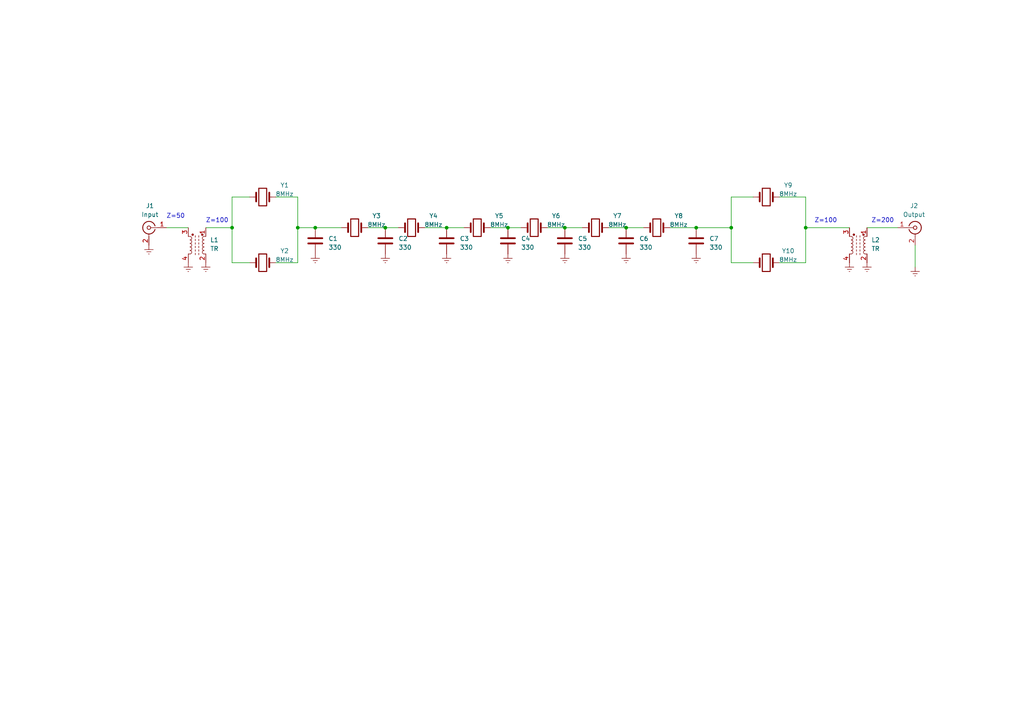
<source format=kicad_sch>
(kicad_sch (version 20230121) (generator eeschema)
  (paper "A4")
  (lib_symbols
    (symbol "Connector:Conn_Coaxial" (pin_names (offset 1.016) hide)
      (property "Reference" "J" (at 0.254 3.048 0))
      (property "Value" "Conn_Coaxial" (at 2.921 0 90))
      (symbol "Conn_Coaxial_0_1"
        (arc (start -1.778 -0.508) (mid 0.2311 -1.8066) (end 1.778 0) (stroke (width 0.254)))
        (polyline (pts (xy -2.54 0) (xy -0.508 0)))
        (polyline (pts (xy 0 -2.54) (xy 0 -1.778)))
        (circle (center 0 0) (radius 0.508) (stroke (width 0.2032)))
        (arc (start 1.778 0) (mid 0.2099 1.8101) (end -1.778 0.508) (stroke (width 0.254)))
      )
      (symbol "Conn_Coaxial_1_1"
        (pin passive line (at -5.08 0 0) (length 2.54) (name "In") (number "1"))
        (pin passive line (at 0 -5.08 90) (length 2.54) (name "Ext") (number "2"))
      )
    )
    (symbol "Device:C" (pin_numbers hide) (pin_names (offset 0.254))
      (property "Reference" "C" (at 0.635 2.54 0))
      (property "Value" "C" (at 0.635 -2.54 0))
      (symbol "C_0_1"
        (polyline (pts (xy -2.032 -0.762) (xy 2.032 -0.762)) (stroke (width 0.508)))
        (polyline (pts (xy -2.032 0.762) (xy 2.032 0.762)) (stroke (width 0.508)))
      )
      (symbol "C_1_1"
        (pin passive line (at 0 3.81 270) (length 2.794) (name "~") (number "1"))
        (pin passive line (at 0 -3.81 90) (length 2.794) (name "~") (number "2"))
      )
    )
    (symbol "Device:Crystal" (pin_numbers hide) (pin_names (offset 1.016) hide)
      (property "Reference" "Y" (at 0 3.81 0))
      (property "Value" "Crystal" (at 0 -3.81 0))
      (symbol "Crystal_0_1"
        (rectangle (start -1.143 2.54) (end 1.143 -2.54) (stroke (width 0.3048)))
        (polyline (pts (xy -2.54 0) (xy -1.905 0)))
        (polyline (pts (xy -1.905 -1.27) (xy -1.905 1.27)) (stroke (width 0.508)))
        (polyline (pts (xy 1.905 -1.27) (xy 1.905 1.27)) (stroke (width 0.508)))
        (polyline (pts (xy 2.54 0) (xy 1.905 0)))
      )
      (symbol "Crystal_1_1"
        (pin passive line (at -3.81 0 0) (length 1.27) (name "1") (number "1"))
        (pin passive line (at 3.81 0 180) (length 1.27) (name "2") (number "2"))
      )
    )
    (symbol "Device:L_Ferrite_Coupled" (pin_names (offset 0.254) hide)
      (property "Reference" "L" (at 0 4.445 0))
      (property "Value" "L_Ferrite_Coupled" (at 0 -4.445 0))
      (symbol "L_Ferrite_Coupled_0_1"
        (circle (center -3.048 -1.27) (radius 0.254) (fill (type outline)))
        (circle (center -3.048 1.524) (radius 0.254) (fill (type outline)))
        (arc (start -2.54 2.032) (mid -2.032 1.5262) (end -1.524 2.032))
        (arc (start -1.524 -2.032) (mid -2.032 -1.5262) (end -2.54 -2.032))
        (arc (start -1.524 2.032) (mid -1.016 1.5262) (end -0.508 2.032))
        (arc (start -0.508 -2.032) (mid -1.016 -1.5262) (end -1.524 -2.032))
        (arc (start -0.508 2.032) (mid 0 1.5262) (end 0.508 2.032))
        (polyline (pts (xy -2.794 -0.508) (xy -2.286 -0.508)))
        (polyline (pts (xy -2.794 0.508) (xy -2.286 0.508)))
        (polyline (pts (xy -2.54 -2.032) (xy -2.54 -2.54)))
        (polyline (pts (xy -2.54 2.032) (xy -2.54 2.54)))
        (polyline (pts (xy -1.778 -0.508) (xy -1.27 -0.508)))
        (polyline (pts (xy -1.778 0.508) (xy -1.27 0.508)))
        (polyline (pts (xy -0.762 -0.508) (xy -0.254 -0.508)))
        (polyline (pts (xy -0.762 0.508) (xy -0.254 0.508)))
        (polyline (pts (xy 0.254 -0.508) (xy 0.762 -0.508)))
        (polyline (pts (xy 0.254 0.508) (xy 0.762 0.508)))
        (polyline (pts (xy 1.27 -0.508) (xy 1.778 -0.508)))
        (polyline (pts (xy 1.27 0.508) (xy 1.778 0.508)))
        (polyline (pts (xy 2.286 -0.508) (xy 2.794 -0.508)))
        (polyline (pts (xy 2.286 0.508) (xy 2.794 0.508)))
        (polyline (pts (xy 2.54 -2.032) (xy 2.54 -2.54)))
        (polyline (pts (xy 2.54 2.54) (xy 2.54 2.032)))
        (arc (start 0.508 -2.032) (mid 0 -1.5262) (end -0.508 -2.032))
        (arc (start 0.508 2.032) (mid 1.016 1.5262) (end 1.524 2.032))
        (arc (start 1.524 -2.032) (mid 1.016 -1.5262) (end 0.508 -2.032))
        (arc (start 1.524 2.032) (mid 2.032 1.5262) (end 2.54 2.032))
        (arc (start 2.54 -2.032) (mid 2.032 -1.5262) (end 1.524 -2.032))
      )
      (symbol "L_Ferrite_Coupled_1_1"
        (pin passive line (at -5.08 2.54 0) (length 2.54) (name "1") (number "1"))
        (pin passive line (at 5.08 2.54 180) (length 2.54) (name "2") (number "2"))
        (pin passive line (at -5.08 -2.54 0) (length 2.54) (name "3") (number "3"))
        (pin passive line (at 5.08 -2.54 180) (length 2.54) (name "4") (number "4"))
      )
    )
    (symbol "power:Earth" (power) (pin_names (offset 0))
      (symbol "Earth_0_1"
        (polyline (pts (xy -0.635 -1.905) (xy 0.635 -1.905)))
        (polyline (pts (xy -0.127 -2.54) (xy 0.127 -2.54)))
        (polyline (pts (xy 0 -1.27) (xy 0 0)))
        (polyline (pts (xy 1.27 -1.27) (xy -1.27 -1.27)))
      )
      (symbol "Earth_1_1"
        (pin power_in line (at 0 0 270) (length 0) hide (name "Earth") (number "1"))
      )
    )
  )
  (junction (at 163.83 66.04))
  (junction (at 129.54 66.04))
  (junction (at 67.31 66.04))
  (junction (at 147.32 66.04))
  (junction (at 233.68 66.04))
  (junction (at 212.09 66.04))
  (junction (at 91.44 66.04))
  (junction (at 201.93 66.04))
  (junction (at 181.61 66.04))
  (junction (at 111.76 66.04))
  (junction (at 86.36 66.04))
  (wire (pts (xy 67.31 57.15) (xy 72.39 57.15)))
  (wire (pts (xy 265.43 71.12) (xy 265.43 77.47)))
  (wire (pts (xy 233.68 66.04) (xy 233.68 76.2)))
  (wire (pts (xy 176.53 66.04) (xy 181.61 66.04)))
  (wire (pts (xy 67.31 76.2) (xy 72.39 76.2)))
  (wire (pts (xy 86.36 57.15) (xy 86.36 66.04)))
  (wire (pts (xy 212.09 66.04) (xy 212.09 57.15)))
  (wire (pts (xy 251.46 66.04) (xy 260.35 66.04)))
  (wire (pts (xy 158.75 66.04) (xy 163.83 66.04)))
  (wire (pts (xy 226.06 57.15) (xy 233.68 57.15)))
  (wire (pts (xy 48.26 66.04) (xy 54.61 66.04)))
  (wire (pts (xy 212.09 66.04) (xy 212.09 76.2)))
  (wire (pts (xy 59.69 66.04) (xy 67.31 66.04)))
  (wire (pts (xy 201.93 66.04) (xy 212.09 66.04)))
  (wire (pts (xy 123.19 66.04) (xy 129.54 66.04)))
  (wire (pts (xy 80.01 76.2) (xy 86.36 76.2)))
  (wire (pts (xy 212.09 57.15) (xy 218.44 57.15)))
  (wire (pts (xy 226.06 76.2) (xy 233.68 76.2)))
  (wire (pts (xy 129.54 66.04) (xy 134.62 66.04)))
  (wire (pts (xy 67.31 66.04) (xy 67.31 76.2)))
  (wire (pts (xy 233.68 66.04) (xy 246.38 66.04)))
  (wire (pts (xy 142.24 66.04) (xy 147.32 66.04)))
  (wire (pts (xy 91.44 66.04) (xy 99.06 66.04)))
  (wire (pts (xy 106.68 66.04) (xy 111.76 66.04)))
  (wire (pts (xy 86.36 57.15) (xy 80.01 57.15)))
  (wire (pts (xy 181.61 66.04) (xy 186.69 66.04)))
  (wire (pts (xy 212.09 76.2) (xy 218.44 76.2)))
  (wire (pts (xy 233.68 57.15) (xy 233.68 66.04)))
  (wire (pts (xy 111.76 66.04) (xy 115.57 66.04)))
  (wire (pts (xy 86.36 66.04) (xy 91.44 66.04)))
  (wire (pts (xy 194.31 66.04) (xy 201.93 66.04)))
  (wire (pts (xy 147.32 66.04) (xy 151.13 66.04)))
  (wire (pts (xy 163.83 66.04) (xy 168.91 66.04)))
  (wire (pts (xy 67.31 57.15) (xy 67.31 66.04)))
  (wire (pts (xy 86.36 66.04) (xy 86.36 76.2)))
  (text "Z=50" (at 48.26 63.5 0) (effects (font (size 1.27 1.27)) (justify left bottom)))
  (text "Z=100" (at 236.22 64.77 0) (effects (font (size 1.27 1.27)) (justify left bottom)))
  (text "Z=200" (at 252.73 64.77 0) (effects (font (size 1.27 1.27)) (justify left bottom)))
  (text "Z=100" (at 59.69 64.77 0) (effects (font (size 1.27 1.27)) (justify left bottom)))
  (symbol (lib_id "power:Earth") (at 59.69 76.2 0) (unit 1)
    (property "Reference" "#PWR04" (effects hide))
    (property "Value" "Earth" (effects hide))
  )
  (symbol (lib_id "power:Earth") (at 163.83 73.66 0) (unit 1)
    (property "Reference" "#PWR018" (effects hide))
    (property "Value" "Earth" (effects hide))
  )
  (symbol (lib_id "power:Earth") (at 246.38 76.2 0) (unit 1)
    (property "Reference" "#PWR03" (effects hide))
    (property "Value" "Earth" (effects hide))
  )
  (symbol (lib_id "Device:Crystal") (at 138.43 66.04 0) (unit 1)
    (property "Reference" "Y5" (at 144.78 62.6111 0))
    (property "Value" "8MHz" (at 144.78 65.1511 0))
    (property "Footprint" "PhilsFootprintLibrary:Crystal_HC49-US_Vertical" (effects hide))
  )
  (symbol (lib_id "Device:Crystal") (at 76.2 57.15 0) (unit 1)
    (property "Reference" "Y1" (at 82.55 53.7211 0))
    (property "Value" "8MHz" (at 82.55 56.2611 0))
    (property "Footprint" "PhilsFootprintLibrary:Crystal_HC49-US_Vertical" (effects hide))
  )
  (symbol (lib_id "power:Earth") (at 147.32 73.66 0) (unit 1)
    (property "Reference" "#PWR015" (effects hide))
    (property "Value" "Earth" (effects hide))
  )
  (symbol (lib_id "power:Earth") (at 43.18 71.12 0) (unit 1)
    (property "Reference" "#PWR01" (effects hide))
    (property "Value" "Earth" (effects hide))
  )
  (symbol (lib_id "power:Earth") (at 91.44 73.66 0) (unit 1)
    (property "Reference" "#PWR06" (effects hide))
    (property "Value" "Earth" (effects hide))
  )
  (symbol (lib_id "Device:Crystal") (at 119.38 66.04 0) (unit 1)
    (property "Reference" "Y4" (at 125.73 62.6111 0))
    (property "Value" "8MHz" (at 125.73 65.1511 0))
    (property "Footprint" "PhilsFootprintLibrary:Crystal_HC49-US_Vertical" (effects hide))
  )
  (symbol (lib_id "power:Earth") (at 54.61 76.2 0) (unit 1)
    (property "Reference" "#PWR02" (effects hide))
    (property "Value" "Earth" (effects hide))
  )
  (symbol (lib_id "Device:C") (at 163.83 69.85 180) (unit 1)
    (property "Reference" "C5" (at 167.64 69.215 0) (effects (justify right)))
    (property "Value" "330" (at 167.64 71.755 0) (effects (justify right)))
    (property "Footprint" "Capacitor_SMD:C_0805_2012Metric" (effects hide))
  )
  (symbol (lib_id "power:Earth") (at 201.93 73.66 0) (unit 1)
    (property "Reference" "#PWR024" (effects hide))
    (property "Value" "Earth" (effects hide))
  )
  (symbol (lib_id "power:Earth") (at 265.43 77.47 0) (unit 1)
    (property "Reference" "#PWR029" (effects hide))
    (property "Value" "Earth" (effects hide))
  )
  (symbol (lib_id "Device:Crystal") (at 154.94 66.04 0) (unit 1)
    (property "Reference" "Y6" (at 161.29 62.6111 0))
    (property "Value" "8MHz" (at 161.29 65.1511 0))
    (property "Footprint" "PhilsFootprintLibrary:Crystal_HC49-US_Vertical" (effects hide))
  )
  (symbol (lib_id "power:Earth") (at 129.54 73.66 0) (unit 1)
    (property "Reference" "#PWR012" (effects hide))
    (property "Value" "Earth" (effects hide))
  )
  (symbol (lib_id "power:Earth") (at 251.46 76.2 0) (unit 1)
    (property "Reference" "#PWR05" (effects hide))
    (property "Value" "Earth" (effects hide))
  )
  (symbol (lib_id "Device:C") (at 111.76 69.85 180) (unit 1)
    (property "Reference" "C2" (at 115.57 69.215 0) (effects (justify right)))
    (property "Value" "330" (at 115.57 71.755 0) (effects (justify right)))
    (property "Footprint" "Capacitor_SMD:C_0805_2012Metric" (effects hide))
  )
  (symbol (lib_id "Device:Crystal") (at 190.5 66.04 0) (unit 1)
    (property "Reference" "Y8" (at 196.85 62.6111 0))
    (property "Value" "8MHz" (at 196.85 65.1511 0))
    (property "Footprint" "PhilsFootprintLibrary:Crystal_HC49-US_Vertical" (effects hide))
  )
  (symbol (lib_id "Device:C") (at 91.44 69.85 180) (unit 1)
    (property "Reference" "C1" (at 95.25 69.215 0) (effects (justify right)))
    (property "Value" "330" (at 95.25 71.755 0) (effects (justify right)))
    (property "Footprint" "Capacitor_SMD:C_0805_2012Metric" (effects hide))
  )
  (symbol (lib_id "Connector:Conn_Coaxial") (at 265.43 66.04 0) (unit 1)
    (property "Reference" "J2" (at 265.1126 59.69 0))
    (property "Value" "Output" (at 265.1126 62.23 0))
    (property "Footprint" "Connector_Coaxial:SMA_Samtec_SMA-J-P-X-ST-EM1_EdgeMount" (effects hide))
    (property "Datasheet" " ~" (effects hide))
  )
  (symbol (lib_id "Device:C") (at 201.93 69.85 180) (unit 1)
    (property "Reference" "C7" (at 205.74 69.215 0) (effects (justify right)))
    (property "Value" "330" (at 205.74 71.755 0) (effects (justify right)))
    (property "Footprint" "Capacitor_SMD:C_0805_2012Metric" (effects hide))
  )
  (symbol (lib_id "Device:Crystal") (at 172.72 66.04 0) (unit 1)
    (property "Reference" "Y7" (at 179.07 62.6111 0))
    (property "Value" "8MHz" (at 179.07 65.1511 0))
    (property "Footprint" "PhilsFootprintLibrary:Crystal_HC49-US_Vertical" (effects hide))
  )
  (symbol (lib_id "Device:C") (at 129.54 69.85 180) (unit 1)
    (property "Reference" "C3" (at 133.35 69.215 0) (effects (justify right)))
    (property "Value" "330" (at 133.35 71.755 0) (effects (justify right)))
    (property "Footprint" "Capacitor_SMD:C_0805_2012Metric" (effects hide))
  )
  (symbol (lib_id "Device:Crystal") (at 76.2 76.2 0) (unit 1)
    (property "Reference" "Y2" (at 82.55 72.7711 0))
    (property "Value" "8MHz" (at 82.55 75.3111 0))
    (property "Footprint" "PhilsFootprintLibrary:Crystal_HC49-US_Vertical" (effects hide))
  )
  (symbol (lib_id "Device:L_Ferrite_Coupled") (at 57.15 71.12 270) (unit 1)
    (property "Reference" "L1" (at 60.96 69.596 90) (effects (justify left)))
    (property "Value" "TR" (at 60.96 72.136 90) (effects (justify left)))
    (property "Footprint" "PhilsFootprintLibrary:Transformer_T37_W10_P5mm_1" (effects hide))
  )
  (symbol (lib_id "Device:L_Ferrite_Coupled") (at 248.92 71.12 270) (unit 1)
    (property "Reference" "L2" (at 252.73 69.596 90) (effects (justify left)))
    (property "Value" "TR" (at 252.73 72.136 90) (effects (justify left)))
    (property "Footprint" "PhilsFootprintLibrary:Transformer_T37_W10_P5mm_1" (effects hide))
  )
  (symbol (lib_id "Connector:Conn_Coaxial") (at 43.18 66.04 0) (mirror y) (unit 1)
    (property "Reference" "J1" (at 43.4974 59.69 0))
    (property "Value" "Input" (at 43.4974 62.23 0))
    (property "Footprint" "Connector_Coaxial:SMA_Samtec_SMA-J-P-X-ST-EM1_EdgeMount" (effects hide))
    (property "Datasheet" " ~" (effects hide))
  )
  (symbol (lib_id "Device:Crystal") (at 102.87 66.04 0) (unit 1)
    (property "Reference" "Y3" (at 109.22 62.6111 0))
    (property "Value" "8MHz" (at 109.22 65.1511 0))
    (property "Footprint" "PhilsFootprintLibrary:Crystal_HC49-US_Vertical" (effects hide))
  )
  (symbol (lib_id "Device:C") (at 147.32 69.85 180) (unit 1)
    (property "Reference" "C4" (at 151.13 69.215 0) (effects (justify right)))
    (property "Value" "330" (at 151.13 71.755 0) (effects (justify right)))
    (property "Footprint" "Capacitor_SMD:C_0805_2012Metric" (effects hide))
  )
  (symbol (lib_id "Device:Crystal") (at 222.25 57.15 0) (unit 1)
    (property "Reference" "Y9" (at 228.6 53.7211 0))
    (property "Value" "8MHz" (at 228.6 56.2611 0))
    (property "Footprint" "PhilsFootprintLibrary:Crystal_HC49-US_Vertical" (effects hide))
  )
  (symbol (lib_id "Device:C") (at 181.61 69.85 180) (unit 1)
    (property "Reference" "C6" (at 185.42 69.215 0) (effects (justify right)))
    (property "Value" "330" (at 185.42 71.755 0) (effects (justify right)))
    (property "Footprint" "Capacitor_SMD:C_0805_2012Metric" (effects hide))
  )
  (symbol (lib_id "power:Earth") (at 181.61 73.66 0) (unit 1)
    (property "Reference" "#PWR021" (effects hide))
    (property "Value" "Earth" (effects hide))
  )
  (symbol (lib_id "power:Earth") (at 111.76 73.66 0) (unit 1)
    (property "Reference" "#PWR09" (effects hide))
    (property "Value" "Earth" (effects hide))
  )
  (symbol (lib_id "Device:Crystal") (at 222.25 76.2 0) (unit 1)
    (property "Reference" "Y10" (at 228.6 72.7711 0))
    (property "Value" "8MHz" (at 228.6 75.3111 0))
    (property "Footprint" "PhilsFootprintLibrary:Crystal_HC49-US_Vertical" (effects hide))
  )
)
</source>
